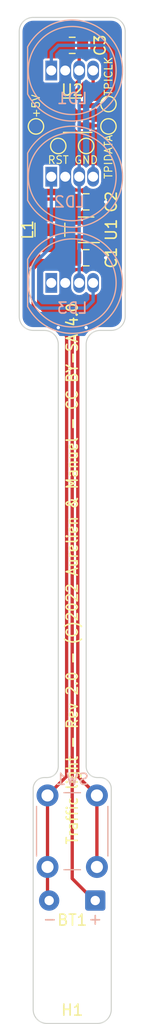
<source format=kicad_pcb>
(kicad_pcb (version 20211014) (generator pcbnew)
  (title_block (title "Traffic Light") (date "2022-07-03") (rev "2.0") (company "Aurelien Jarno <aurelien@aurel32.net>") (comment 1 "Licence: CC-BY SA 4.0"))
  (layers (0 "F.Cu" signal) (31 "B.Cu" signal) (34 "B.Paste" user) (35 "F.Paste" user) (36 "B.SilkS" user "B.Silkscreen") (37 "F.SilkS" user "F.Silkscreen") (38 "B.Mask" user) (39 "F.Mask" user) (44 "Edge.Cuts" user))
  (net 0 "")
  (net 1 "GND")
  (net 2 "+5V")
  (net 3 "Net-(L1-Pad2)")
  (net 4 "/PB2")
  (net 5 "/PB1")
  (net 6 "/PB0")
  (net 7 "/PB3")
  (net 8 "Net-(BT1-Pad1)")
  (net 9 "Net-(LD1-Pad1)")
  (net 10 "Net-(LD2-Pad1)")
  (footprint "Inductor_SMD:L_1210_3225Metric" (layer "F.Cu") (at 150.368 75.184 90)
    (fp_text reference "L1" (at 0 -2.032 90) (layer "F.SilkS"))
    (fp_text value "4u7")
    (fp_line (start -0.602064 1.36) (end 0.602064 1.36) (layer "F.SilkS") (width 0.12))
    (fp_line (start -0.602064 -1.36) (end 0.602064 -1.36) (layer "F.SilkS") (width 0.12))
    (pad "1" smd roundrect (at -1.4 0 90) (size 1.25 2.65) (layers "F.Cu" "F.Paste" "F.Mask") (roundrect_rratio 0.2) (net 8 "Net-(BT1-Pad1)"))
    (pad "2" smd roundrect (at 1.4 0 90) (size 1.25 2.65) (layers "F.Cu" "F.Paste" "F.Mask") (roundrect_rratio 0.2) (net 3 "Net-(L1-Pad2)"))
  )
  (footprint "TestPoint:TestPoint_Pad_D1.0mm" (layer "F.Cu") (at 155.702 65.786)
    (fp_text reference "TP2" hide)
    (fp_text value "TPIDATA")
    (fp_circle (center 0 0) (end 0 0.7) (layer "F.SilkS") (width 0.12) (fill none))
    (pad "1" smd circle (at 0 0) (size 1 1) (layers "F.Cu" "F.Mask") (net 6 "/PB0"))
  )
  (footprint "TestPoint:TestPoint_Pad_D1.0mm" (layer "F.Cu") (at 153.67 67.564)
    (fp_text reference "TP5" hide)
    (fp_text value "GND")
    (fp_circle (center 0 0) (end 0 0.7) (layer "F.SilkS") (width 0.12) (fill none))
    (pad "1" smd circle (at 0 0) (size 1 1) (layers "F.Cu" "F.Mask") (net 1 "GND"))
  )
  (footprint "TestPoint:TestPoint_Pad_D1.0mm" (layer "F.Cu") (at 149.098 65.786)
    (fp_text reference "TP1" hide)
    (fp_text value "+5V")
    (fp_circle (center 0 0) (end 0 0.7) (layer "F.SilkS") (width 0.12) (fill none))
    (pad "1" smd circle (at 0 0) (size 1 1) (layers "F.Cu" "F.Mask") (net 2 "+5V"))
  )
  (footprint "TestPoint:TestPoint_Pad_D1.0mm" (layer "F.Cu") (at 155.702 63.754)
    (fp_text reference "TP3" hide)
    (fp_text value "TPICLK")
    (fp_circle (center 0 0) (end 0 0.7) (layer "F.SilkS") (width 0.12) (fill none))
    (pad "1" smd circle (at 0 0) (size 1 1) (layers "F.Cu" "F.Mask") (net 5 "/PB1"))
  )
  (footprint "MountingHole:MountingHole_3.2mm_M3" (layer "F.Cu") (at 152.4 141.986)
    (fp_text reference "H1" (at 0 4.116) (layer "F.SilkS"))
    (fp_text value "MountingHole M3")
    (pad "" np_thru_hole circle (at 0 0) (size 3.2 3.2) (drill 3.2) (layers *.Cu *.Mask))
  )
  (footprint "Capacitor_SMD:C_0805_2012Metric" (layer "F.Cu") (at 152.4 58.42 180)
    (fp_text reference "C3" (at -2.54 0 90) (layer "F.SilkS"))
    (fp_text value "10u")
    (fp_line (start -0.261252 -0.735) (end 0.261252 -0.735) (layer "F.SilkS") (width 0.12))
    (fp_line (start -0.261252 0.735) (end 0.261252 0.735) (layer "F.SilkS") (width 0.12))
    (pad "1" smd roundrect (at -0.95 0 180) (size 1 1.45) (layers "F.Cu" "F.Paste" "F.Mask") (net 4 "/PB2"))
    (pad "2" smd roundrect (at 0.95 0 180) (size 1 1.45) (layers "F.Cu" "F.Paste" "F.Mask") (net 1 "GND"))
  )
  (footprint "Package_TO_SOT_SMD:Texas_R-PDSO-G6" (layer "F.Cu") (at 153.67 75.184 180)
    (fp_text reference "U1" (at -2.286 0 90) (layer "F.SilkS"))
    (fp_text value "TPS61222DCK")
    (fp_line (start -0.7 1.16) (end 0.7 1.16) (layer "F.SilkS") (width 0.12))
    (fp_line (start 0.7 -1.16) (end -1.2 -1.16) (layer "F.SilkS") (width 0.12))
    (pad "1" smd rect (at -1.1 -0.65 180) (size 0.9 0.4) (layers "F.Cu" "F.Paste" "F.Mask") (net 8 "Net-(BT1-Pad1)"))
    (pad "2" smd rect (at -1.1 0 180) (size 0.9 0.4) (layers "F.Cu" "F.Paste" "F.Mask") (net 2 "+5V"))
    (pad "3" smd rect (at -1.1 0.65 180) (size 0.9 0.4) (layers "F.Cu" "F.Paste" "F.Mask") (net 1 "GND"))
    (pad "4" smd rect (at 1.1 0.65 180) (size 0.9 0.4) (layers "F.Cu" "F.Paste" "F.Mask") (net 2 "+5V"))
    (pad "5" smd rect (at 1.1 0 180) (size 0.9 0.4) (layers "F.Cu" "F.Paste" "F.Mask") (net 3 "Net-(L1-Pad2)"))
    (pad "6" smd rect (at 1.1 -0.65 180) (size 0.9 0.4) (layers "F.Cu" "F.Paste" "F.Mask") (net 8 "Net-(BT1-Pad1)"))
  )
  (footprint "Capacitor_SMD:C_0805_2012Metric" (layer "F.Cu") (at 153.67 77.724)
    (fp_text reference "C1" (at 2.286 0 90) (layer "F.SilkS"))
    (fp_text value "10u")
    (fp_line (start -0.261252 -0.735) (end 0.261252 -0.735) (layer "F.SilkS") (width 0.12))
    (fp_line (start -0.261252 0.735) (end 0.261252 0.735) (layer "F.SilkS") (width 0.12))
    (pad "1" smd roundrect (at -0.95 0) (size 1 1.45) (layers "F.Cu" "F.Paste" "F.Mask") (net 8 "Net-(BT1-Pad1)"))
    (pad "2" smd roundrect (at 0.95 0) (size 1 1.45) (layers "F.Cu" "F.Paste" "F.Mask") (net 1 "GND"))
  )
  (footprint "Connector_Wire:SolderWire-0.25sqmm_1x02_P4.2mm_D0.65mm_OD1.7mm" (layer "F.Cu") (at 154.5 136.144 180)
    (fp_text reference "BT1" (at 2.1 -1.778) (layer "F.SilkS"))
    (fp_text value "2xAAA")
    (pad "1" thru_hole roundrect (at 0 0 180) (size 1.85 1.85) (drill 0.85) (layers *.Cu *.Mask) (roundrect_rratio 0.135135) (net 8 "Net-(BT1-Pad1)"))
    (pad "2" thru_hole circle (at 4.2 0 180) (size 1.85 1.85) (drill 0.85) (layers *.Cu *.Mask) (net 1 "GND"))
  )
  (footprint "Package_TO_SOT_SMD:SOT-23-6" (layer "F.Cu") (at 152.4 64.77 180)
    (fp_text reference "U2" (at 0 2.286) (layer "F.SilkS"))
    (fp_text value "ATtiny9-TS")
    (fp_line (start 0 1.56) (end 0.8 1.56) (layer "F.SilkS") (width 0.12))
    (fp_line (start 0 -1.56) (end -1.8 -1.56) (layer "F.SilkS") (width 0.12))
    (fp_line (start 0 1.56) (end -0.8 1.56) (layer "F.SilkS") (width 0.12))
    (fp_line (start 0 -1.56) (end 0.8 -1.56) (layer "F.SilkS") (width 0.12))
    (pad "1" smd roundrect (at -1.1375 -0.95 180) (size 1.325 0.6) (layers "F.Cu" "F.Paste" "F.Mask") (net 6 "/PB0"))
    (pad "2" smd roundrect (at -1.1375 0 180) (size 1.325 0.6) (layers "F.Cu" "F.Paste" "F.Mask") (net 1 "GND"))
    (pad "3" smd roundrect (at -1.1375 0.95 180) (size 1.325 0.6) (layers "F.Cu" "F.Paste" "F.Mask") (net 5 "/PB1"))
    (pad "4" smd roundrect (at 1.1375 0.95 180) (size 1.325 0.6) (layers "F.Cu" "F.Paste" "F.Mask") (net 4 "/PB2"))
    (pad "5" smd roundrect (at 1.1375 0 180) (size 1.325 0.6) (layers "F.Cu" "F.Paste" "F.Mask") (net 2 "+5V"))
    (pad "6" smd roundrect (at 1.1375 -0.95 180) (size 1.325 0.6) (layers "F.Cu" "F.Paste" "F.Mask") (net 7 "/PB3"))
  )
  (footprint "TestPoint:TestPoint_Pad_D1.0mm" (layer "F.Cu") (at 151.13 67.564)
    (fp_text reference "TP4" hide)
    (fp_text value "RST")
    (fp_circle (center 0 0) (end 0 0.7) (layer "F.SilkS") (width 0.12) (fill none))
    (pad "1" smd circle (at 0 0) (size 1 1) (layers "F.Cu" "F.Mask") (net 7 "/PB3"))
  )
  (footprint "Capacitor_SMD:C_0805_2012Metric" (layer "F.Cu") (at 153.67 72.644)
    (fp_text reference "C2" (at 2.286 0 90) (layer "F.SilkS"))
    (fp_text value "10u")
    (fp_line (start -0.261252 0.735) (end 0.261252 0.735) (layer "F.SilkS") (width 0.12))
    (fp_line (start -0.261252 -0.735) (end 0.261252 -0.735) (layer "F.SilkS") (width 0.12))
    (pad "1" smd roundrect (at -0.95 0) (size 1 1.45) (layers "F.Cu" "F.Paste" "F.Mask") (net 2 "+5V"))
    (pad "2" smd roundrect (at 0.95 0) (size 1 1.45) (layers "F.Cu" "F.Paste" "F.Mask") (net 1 "GND"))
  )
  (footprint "LED_THT:LED_D8.0mm-4" (layer "B.Cu") (at 150.495 70.358)
    (fp_text reference "LD2" (at 1.651 2.286) (layer "B.SilkS") (effects (justify mirror)))
    (fp_text value "NeoPixel_THT")
    (fp_line (start -2.155 2.142) (end -2.155 -2.142) (layer "B.SilkS") (width 0.12))
    (fp_arc (start -2.155 -2.141145) (mid 3.008119 -4.455472) (end 6.495 0.000486) (layer "B.SilkS") (width 0.12))
    (fp_arc (start 6.495 -0.000486) (mid 3.008119 4.455472) (end -2.155 2.141145) (layer "B.SilkS") (width 0.12))
    (fp_circle (center 1.905 0) (end 5.905 0) (layer "B.SilkS") (width 0.12) (fill none))
    (pad "1" thru_hole rect (at 0 0) (size 1.07 1.8) (drill 0.9) (layers *.Cu *.Mask) (net 10 "Net-(LD2-Pad1)"))
    (pad "2" thru_hole oval (at 1.27 0) (size 1.07 1.8) (drill 0.9) (layers *.Cu *.Mask) (net 1 "GND"))
    (pad "3" thru_hole oval (at 2.54 0) (size 1.07 1.8) (drill 0.9) (layers *.Cu *.Mask) (net 4 "/PB2"))
    (pad "4" thru_hole oval (at 3.81 0) (size 1.07 1.8) (drill 0.9) (layers *.Cu *.Mask) (net 9 "Net-(LD1-Pad1)"))
  )
  (footprint "LED_THT:LED_D8.0mm-4" (layer "B.Cu") (at 150.495 60.706)
    (fp_text reference "LD1" (at 1.905 2.54) (layer "B.SilkS") (effects (justify mirror)))
    (fp_text value "NeoPixel_THT")
    (fp_line (start -2.155 2.142) (end -2.155 -2.142) (layer "B.SilkS") (width 0.12))
    (fp_arc (start 6.495 -0.000486) (mid 3.008119 4.455472) (end -2.155 2.141145) (layer "B.SilkS") (width 0.12))
    (fp_arc (start -2.155 -2.141145) (mid 3.008119 -4.455472) (end 6.495 0.000486) (layer "B.SilkS") (width 0.12))
    (fp_circle (center 1.905 0) (end 5.905 0) (layer "B.SilkS") (width 0.12) (fill none))
    (pad "1" thru_hole rect (at 0 0) (size 1.07 1.8) (drill 0.9) (layers *.Cu *.Mask) (net 9 "Net-(LD1-Pad1)"))
    (pad "2" thru_hole oval (at 1.27 0) (size 1.07 1.8) (drill 0.9) (layers *.Cu *.Mask) (net 1 "GND"))
    (pad "3" thru_hole oval (at 2.54 0) (size 1.07 1.8) (drill 0.9) (layers *.Cu *.Mask) (net 4 "/PB2"))
    (pad "4" thru_hole oval (at 3.81 0) (size 1.07 1.8) (drill 0.9) (layers *.Cu *.Mask) (net 5 "/PB1"))
  )
  (footprint "LED_THT:LED_D8.0mm-4" (layer "B.Cu") (at 150.495 80.01)
    (fp_text reference "LD3" (at 1.905 2.286) (layer "B.SilkS") (effects (justify mirror)))
    (fp_text value "NeoPixel_THT")
    (fp_line (start -2.155 2.142) (end -2.155 -2.142) (layer "B.SilkS") (width 0.12))
    (fp_arc (start -2.155 -2.141145) (mid 3.008119 -4.455472) (end 6.495 0.000486) (layer "B.SilkS") (width 0.12))
    (fp_arc (start 6.495 -0.000486) (mid 3.008119 4.455472) (end -2.155 2.141145) (layer "B.SilkS") (width 0.12))
    (fp_circle (center 1.905 0) (end 5.905 0) (layer "B.SilkS") (width 0.12) (fill none))
    (pad "1" thru_hole rect (at 0 0) (size 1.07 1.8) (drill 0.9) (layers *.Cu *.Mask))
    (pad "2" thru_hole oval (at 1.27 0) (size 1.07 1.8) (drill 0.9) (layers *.Cu *.Mask) (net 1 "GND"))
    (pad "3" thru_hole oval (at 2.54 0) (size 1.07 1.8) (drill 0.9) (layers *.Cu *.Mask) (net 4 "/PB2"))
    (pad "4" thru_hole oval (at 3.81 0) (size 1.07 1.8) (drill 0.9) (layers *.Cu *.Mask) (net 10 "Net-(LD2-Pad1)"))
  )
  (footprint "Button_Switch_THT:SW_PUSH_6mm_H7.3mm" (layer "B.Cu") (at 150.15 126.593 -90)
    (fp_text reference "SW1" (at -1.472 -2.25) (layer "B.SilkS") (effects (justify mirror)))
    (fp_text value "FSM10JH")
    (fp_line (start 1 -5.5) (end 5.5 -5.5) (layer "B.SilkS") (width 0.12))
    (fp_line (start -0.25 -1.5) (end -0.25 -3) (layer "B.SilkS") (width 0.12))
    (fp_line (start 6.75 -3) (end 6.75 -1.5) (layer "B.SilkS") (width 0.12))
    (fp_line (start 5.5 1) (end 1 1) (layer "B.SilkS") (width 0.12))
    (pad "1" thru_hole circle (at 6.5 0 180) (size 2 2) (drill 1.1) (layers *.Cu *.Mask) (net 1 "GND"))
    (pad "1" thru_hole circle (at 0 0 180) (size 2 2) (drill 1.1) (layers *.Cu *.Mask) (net 1 "GND"))
    (pad "2" thru_hole circle (at 0 -4.5 180) (size 2 2) (drill 1.1) (layers *.Cu *.Mask) (net 6 "/PB0"))
    (pad "2" thru_hole circle (at 6.5 -4.5 180) (size 2 2) (drill 1.1) (layers *.Cu *.Mask) (net 6 "/PB0"))
  )
  (gr_arc (start 151.13 123.952) (mid 150.83242 124.67042) (end 150.114 124.968) (layer "Edge.Cuts") (width 0.1))
  (gr_line (start 149.86 124.968) (end 150.114 124.968) (layer "Edge.Cuts") (width 0.1))
  (gr_arc (start 149.86 84.328) (mid 150.758026 84.699974) (end 151.13 85.598) (layer "Edge.Cuts") (width 0.1))
  (gr_line (start 154.686 124.968) (end 154.94 124.968) (layer "Edge.Cuts") (width 0.1))
  (gr_line (start 148.844 146.05) (end 148.844 125.984) (layer "Edge.Cuts") (width 0.1))
  (gr_line (start 157.226 83.058) (end 157.226 57.15) (layer "Edge.Cuts") (width 0.1))
  (gr_arc (start 148.844 84.328) (mid 147.945974 83.956026) (end 147.574 83.058) (layer "Edge.Cuts") (width 0.1))
  (gr_line (start 154.94 84.328) (end 155.956 84.328) (layer "Edge.Cuts") (width 0.1))
  (gr_arc (start 154.94 124.968) (mid 155.65842 125.26558) (end 155.956 125.984) (layer "Edge.Cuts") (width 0.1))
  (gr_line (start 153.67 123.952) (end 153.67 85.598) (layer "Edge.Cuts") (width 0.1))
  (gr_line (start 155.956 146.05) (end 155.956 125.984) (layer "Edge.Cuts") (width 0.1))
  (gr_line (start 151.13 123.952) (end 151.13 85.598) (layer "Edge.Cuts") (width 0.1))
  (gr_arc (start 147.574 57.15) (mid 147.945974 56.251974) (end 148.844 55.88) (layer "Edge.Cuts") (width 0.1))
  (gr_arc (start 155.956 55.88) (mid 156.854026 56.251974) (end 157.226 57.15) (layer "Edge.Cuts") (width 0.1))
  (gr_line (start 148.844 55.88) (end 155.956 55.88) (layer "Edge.Cuts") (width 0.1))
  (gr_arc (start 154.686 124.968) (mid 153.96758 124.67042) (end 153.67 123.952) (layer "Edge.Cuts") (width 0.1))
  (gr_line (start 150.114 147.32) (end 154.686 147.32) (layer "Edge.Cuts") (width 0.1))
  (gr_arc (start 155.956 146.05) (mid 155.584026 146.948026) (end 154.686 147.32) (layer "Edge.Cuts") (width 0.1))
  (gr_line (start 149.86 84.328) (end 148.844 84.328) (layer "Edge.Cuts") (width 0.1))
  (gr_arc (start 153.67 85.598) (mid 154.041974 84.699974) (end 154.94 84.328) (layer "Edge.Cuts") (width 0.1))
  (gr_line (start 147.574 57.15) (end 147.574 83.058) (layer "Edge.Cuts") (width 0.1))
  (gr_arc (start 157.226 83.058) (mid 156.854026 83.956026) (end 155.956 84.328) (layer "Edge.Cuts") (width 0.1))
  (gr_arc (start 150.114 147.32) (mid 149.215974 146.948026) (end 148.844 146.05) (layer "Edge.Cuts") (width 0.1))
  (gr_arc (start 148.844 125.984) (mid 149.14158 125.26558) (end 149.86 124.968) (layer "Edge.Cuts") (width 0.1))
  (gr_text "-" (at 150.366798 137.821) (layer "B.SilkS") (effects (font (size 1 1))))
  (gr_text "+\n" (at 154.49911 137.821) (layer "B.SilkS") (effects (font (size 1 1))))
  (gr_text "GND" (at 153.67 68.834) (layer "F.SilkS") (effects (font (size 0.7 0.7) (thickness 0.1))))
  (gr_text "-" (at 150.368 137.821) (layer "F.SilkS") (effects (font (size 1 1))))
  (gr_text "RST" (at 151.13 68.834) (layer "F.SilkS") (effects (font (size 0.7 0.7) (thickness 0.1))))
  (gr_text "+5V" (at 149.098 65.086 90) (layer "F.SilkS") (effects (font (size 0.7 0.7) (thickness 0.1)) (justify left)))
  (gr_text "TPICLK\n" (at 155.702 63.054 90) (layer "F.SilkS") (effects (font (size 0.7 0.7) (thickness 0.1)) (justify left)))
  (gr_text "+\n" (at 154.5 137.821) (layer "F.SilkS") (effects (font (size 1 1))))
  (gr_text "Traffic light - Rev 2.0 - (C)2022 Aurelien & Manuel - CC BY-SA 4.0" (at 152.4 106.426 90) (layer "F.SilkS") (effects (font (size 1 0.9))))
  (gr_text "TPIDATA" (at 155.702 66.486 90) (layer "F.SilkS") (effects (font (size 0.7 0.7) (thickness 0.1)) (justify right)))
  (segment (start 151.13 84.074) (end 151.892 84.836) (width 0.3) (layer "F.Cu") (net 1))
  (segment (start 151.892 84.836) (end 151.892 124.851) (width 0.3) (layer "F.Cu") (net 1))
  (segment (start 150.15 133.197) (end 150.15 126.697) (width 0.3) (layer "F.Cu") (net 1))
  (segment (start 150.15 136.095) (end 150.3 136.245) (width 0.3) (layer "F.Cu") (net 1))
  (segment (start 150.15 133.093) (end 150.15 136.095) (width 0.3) (layer "F.Cu") (net 1))
  (segment (start 151.892 124.851) (end 150.15 126.593) (width 0.3) (layer "F.Cu") (net 1))
  (via (at 151.13 84.074) (size 0.7) (drill 0.3) (layers "F.Cu" "B.Cu") (net 1))
  (via (at 155.448 77.724) (size 0.7) (drill 0.3) (layers "F.Cu" "B.Cu") (net 1))
  (via (at 155.448 72.644) (size 0.7) (drill 0.3) (layers "F.Cu" "B.Cu") (net 1))
  (via (at 153.67 84.074) (size 0.7) (drill 0.3) (layers "F.Cu" "B.Cu") (net 1))
  (segment (start 150.114 64.77) (end 149.86 65.024) (width 0.3) (layer "F.Cu") (net 2))
  (segment (start 151.2625 64.77) (end 150.114 64.77) (width 0.3) (layer "F.Cu") (net 2))
  (segment (start 153.345 74.534) (end 153.995 75.184) (width 0.3) (layer "F.Cu") (net 2))
  (segment (start 152.72 72.39) (end 152.974 72.644) (width 0.3) (layer "F.Cu") (net 2))
  (segment (start 149.606 72.39) (end 152.72 72.39) (width 0.3) (layer "F.Cu") (net 2))
  (segment (start 152.974 72.644) (end 152.824 72.794) (width 0.3) (layer "F.Cu") (net 2))
  (segment (start 153.995 75.184) (end 154.77 75.184) (width 0.3) (layer "F.Cu") (net 2))
  (segment (start 148.844 65.786) (end 148.844 71.628) (width 0.3) (layer "F.Cu") (net 2))
  (segment (start 148.844 66.04) (end 149.86 65.024) (width 0.3) (layer "F.Cu") (net 2))
  (segment (start 148.844 71.628) (end 149.606 72.39) (width 0.3) (layer "F.Cu") (net 2))
  (segment (start 149.86 65.024) (end 149.098 65.786) (width 0.3) (layer "F.Cu") (net 2))
  (segment (start 152.57 74.534) (end 153.345 74.534) (width 0.3) (layer "F.Cu") (net 2))
  (segment (start 148.844 66.04) (end 149.098 65.786) (width 0.3) (layer "F.Cu") (net 2))
  (segment (start 152.824 72.794) (end 152.824 74.534) (width 0.3) (layer "F.Cu") (net 2))
  (segment (start 152.57 75.184) (end 151.892 75.184) (width 0.3) (layer "F.Cu") (net 3))
  (segment (start 151.892 75.184) (end 150.492 73.784) (width 0.3) (layer "F.Cu") (net 3))
  (segment (start 150.492 73.784) (end 150.368 73.784) (width 0.3) (layer "F.Cu") (net 3))
  (segment (start 153.035 61.595) (end 151.2625 63.3675) (width 0.3) (layer "F.Cu") (net 4))
  (segment (start 153.035 60.706) (end 153.035 61.595) (width 0.3) (layer "F.Cu") (net 4))
  (segment (start 153.035 60.706) (end 153.035 58.735) (width 0.3) (layer "F.Cu") (net 4))
  (segment (start 153.035 58.735) (end 153.35 58.42) (width 0.3) (layer "F.Cu") (net 4))
  (segment (start 151.2625 63.82) (end 151.2625 63.3675) (width 0.3) (layer "F.Cu") (net 4))
  (segment (start 153.035 70.358) (end 153.035 80.01) (width 0.3) (layer "B.Cu") (net 4))
  (segment (start 153.035 60.706) (end 153.035 70.358) (width 0.3) (layer "B.Cu") (net 4))
  (segment (start 154.305 60.706) (end 154.305 62.611) (width 0.3) (layer "F.Cu") (net 5))
  (segment (start 153.5375 63.82) (end 153.5375 63.3785) (width 0.3) (layer "F.Cu") (net 5))
  (segment (start 154.305 62.611) (end 153.5375 63.3785) (width 0.3) (layer "F.Cu") (net 5))
  (segment (start 153.5375 63.82) (end 155.636 63.82) (width 0.3) (layer "F.Cu") (net 5))
  (segment (start 155.636 63.82) (end 155.702 63.754) (width 0.3) (layer "F.Cu") (net 5))
  (segment (start 152.908 124.851) (end 154.65 126.593) (width 0.3) (layer "F.Cu") (net 6))
  (segment (start 155.636 65.72) (end 155.702 65.786) (width 0.3) (layer "F.Cu") (net 6))
  (segment (start 155.702 65.786) (end 156.21 66.294) (width 0.3) (layer "F.Cu") (net 6))
  (segment (start 155.448 83.058) (end 153.67 83.058) (width 0.3) (layer "F.Cu") (net 6))
  (segment (start 156.21 66.294) (end 156.21 82.296) (width 0.3) (layer "F.Cu") (net 6))
  (segment (start 152.908 83.82) (end 152.908 124.851) (width 0.3) (layer "F.Cu") (net 6))
  (segment (start 153.5375 65.72) (end 155.636 65.72) (width 0.3) (layer "F.Cu") (net 6))
  (segment (start 153.67 83.058) (end 152.908 83.82) (width 0.3) (layer "F.Cu") (net 6))
  (segment (start 156.21 82.296) (end 155.448 83.058) (width 0.3) (layer "F.Cu") (net 6))
  (segment (start 154.65 133.197) (end 154.65 126.697) (width 0.3) (layer "F.Cu") (net 6))
  (segment (start 151.2625 65.72) (end 151.2625 67.4315) (width 0.3) (layer "F.Cu") (net 7))
  (segment (start 151.2625 67.4315) (end 151.13 67.564) (width 0.3) (layer "F.Cu") (net 7))
  (segment (start 148.844 82.296) (end 149.606 83.058) (width 0.3) (layer "F.Cu") (net 8))
  (segment (start 154.77 75.834) (end 152.57 75.834) (width 0.3) (layer "F.Cu") (net 8))
  (segment (start 152.72 77.724) (end 152.72 75.984) (width 0.3) (layer "F.Cu") (net 8))
  (segment (start 152.4 134.145) (end 154.5 136.245) (width 0.3) (layer "F.Cu") (net 8))
  (segment (start 152.72 75.984) (end 152.57 75.834) (width 0.3) (layer "F.Cu") (net 8))
  (segment (start 149.606 83.058) (end 151.638 83.058) (width 0.3) (layer "F.Cu") (net 8))
  (segment (start 151.142 76.584) (end 151.892 75.834) (width 0.3) (layer "F.Cu") (net 8))
  (segment (start 152.72 77.724) (end 152.466 77.978) (width 0.3) (layer "F.Cu") (net 8))
  (segment (start 149.606 77.978) (end 148.844 78.74) (width 0.3) (layer "F.Cu") (net 8))
  (segment (start 152.466 77.978) (end 149.606 77.978) (width 0.3) (layer "F.Cu") (net 8))
  (segment (start 152.57 75.834) (end 151.892 75.834) (width 0.3) (layer "F.Cu") (net 8))
  (segment (start 152.4 83.82) (end 152.4 134.145) (width 0.3) (layer "F.Cu") (net 8))
  (segment (start 151.638 83.058) (end 152.4 83.82) (width 0.3) (layer "F.Cu") (net 8))
  (segment (start 150.368 76.584) (end 151.142 76.584) (width 0.3) (layer "F.Cu") (net 8))
  (segment (start 148.844 78.74) (end 148.844 82.296) (width 0.3) (layer "F.Cu") (net 8))
  (segment (start 155.956 59.055) (end 155.321 58.42) (width 0.3) (layer "B.Cu") (net 9))
  (segment (start 154.305 70.358) (end 154.305 64.008) (width 0.3) (layer "B.Cu") (net 9))
  (segment (start 150.495 59.055) (end 150.495 60.706) (width 0.3) (layer "B.Cu") (net 9))
  (segment (start 151.13 58.42) (end 150.495 59.055) (width 0.3) (layer "B.Cu") (net 9))
  (segment (start 155.956 62.357) (end 155.956 59.055) (width 0.3) (layer "B.Cu") (net 9))
  (segment (start 154.305 64.008) (end 155.956 62.357) (width 0.3) (layer "B.Cu") (net 9))
  (segment (start 155.321 58.42) (end 151.13 58.42) (width 0.3) (layer "B.Cu") (net 9))
  (segment (start 154.305 81.661) (end 153.67 82.296) (width 0.3) (layer "B.Cu") (net 10))
  (segment (start 149.479 82.296) (end 148.844 81.661) (width 0.3) (layer "B.Cu") (net 10))
  (segment (start 153.67 82.296) (end 149.479 82.296) (width 0.3) (layer "B.Cu") (net 10))
  (segment (start 148.844 78.359) (end 150.495 76.708) (width 0.3) (layer "B.Cu") (net 10))
  (segment (start 148.844 81.661) (end 148.844 78.359) (width 0.3) (layer "B.Cu") (net 10))
  (segment (start 154.305 80.01) (end 154.305 81.661) (width 0.3) (layer "B.Cu") (net 10))
  (segment (start 150.495 76.708) (end 150.495 70.358) (width 0.3) (layer "B.Cu") (net 10))
  (zone (net 1) (net_name "GND") (layers F&B.Cu) (connect_pads yes (clearance 0.2)) (min_thickness 0.25) (fill yes (thermal_gap 0.3) (thermal_bridge_width 0.3))
    (polygon (pts (xy 157.226 84.836) (xy 147.574 84.836) (xy 147.574 55.88) (xy 157.226 55.88)))
  )
)
</source>
